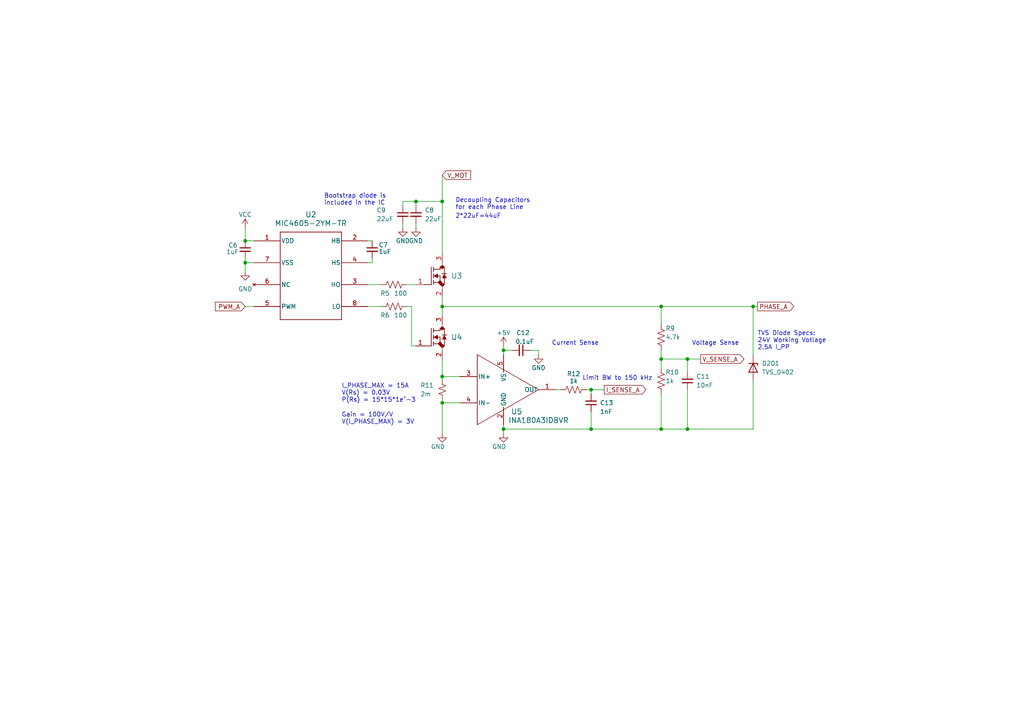
<source format=kicad_sch>
(kicad_sch (version 20230121) (generator eeschema)
  (paper "A4")
  (lib_symbols
    (symbol "Current_Sense_Amp:INA180A3IDBVR" (pin_names (offset 0.254))
      (property "Reference" "U5" (at 3.81 10.16 0))
      (property "Value" "INA180A3IDBVR" (at 10.16 7.62 0))
      (symbol "INA180A3IDBVR_0_1"
        (polyline (pts (xy -7.62 10.16) (xy -7.62 -10.16)) (stroke (width 0.2032)))
        (pin output line (at 15.24 0 180) (length 5.08) (name "OUT") (number "1"))
        (pin power_in line (at 0 -10.16 90) (length 5.08) (name "GND") (number "2"))
        (pin input line (at -12.7 3.81 0) (length 5.08) (name "IN+") (number "3"))
        (pin input line (at -12.7 -3.81 0) (length 5.08) (name "IN-") (number "4"))
        (pin power_in line (at 0 10.16 270) (length 5.08) (name "VS") (number "5"))
      )
      (symbol "INA180A3IDBVR_1_1"
        (polyline (pts (xy -7.62 -10.16) (xy 10.16 0)))
        (polyline (pts (xy -7.62 10.16) (xy 10.16 0)))
      )
    )
    (symbol "Device:C_Small" (pin_numbers hide) (pin_names (offset 0.254) hide)
      (property "Reference" "C" (at 0.254 1.778 0))
      (property "Value" "C_Small" (at 0.254 -2.032 0))
      (symbol "C_Small_0_1"
        (polyline (pts (xy -1.524 -0.508) (xy 1.524 -0.508)) (stroke (width 0.3302)))
        (polyline (pts (xy -1.524 0.508) (xy 1.524 0.508)) (stroke (width 0.3048)))
      )
      (symbol "C_Small_1_1"
        (pin passive line (at 0 2.54 270) (length 2.032) (name "~") (number "1"))
        (pin passive line (at 0 -2.54 90) (length 2.032) (name "~") (number "2"))
      )
    )
    (symbol "Device:D_Zener" (pin_numbers hide) (pin_names (offset 1.016) hide)
      (property "Reference" "D" (at 0 2.54 0))
      (property "Value" "D_Zener" (at 0 -2.54 0))
      (symbol "D_Zener_0_1"
        (polyline (pts (xy 1.27 0) (xy -1.27 0)))
        (polyline (pts (xy -1.27 -1.27) (xy -1.27 1.27) (xy -0.762 1.27)) (stroke (width 0.254)))
        (polyline (pts (xy 1.27 -1.27) (xy 1.27 1.27) (xy -1.27 0) (xy 1.27 -1.27)) (stroke (width 0.254)))
      )
      (symbol "D_Zener_1_1"
        (pin passive line (at -3.81 0 0) (length 2.54) (name "K") (number "1"))
        (pin passive line (at 3.81 0 180) (length 2.54) (name "A") (number "2"))
      )
    )
    (symbol "Device:R_Small_US" (pin_numbers hide) (pin_names (offset 0.254) hide)
      (property "Reference" "R" (at 0.762 0.508 0))
      (property "Value" "R_Small_US" (at 0.762 -1.016 0))
      (symbol "R_Small_US_1_1"
        (polyline (pts (xy 0 0) (xy 1.016 -0.381) (xy 0 -0.762) (xy -1.016 -1.143) (xy 0 -1.524)))
        (polyline (pts (xy 0 1.524) (xy 1.016 1.143) (xy 0 0.762) (xy -1.016 0.381) (xy 0 0)))
        (pin passive line (at 0 2.54 270) (length 1.016) (name "~") (number "1"))
        (pin passive line (at 0 -2.54 90) (length 1.016) (name "~") (number "2"))
      )
    )
    (symbol "Device:R_US" (pin_numbers hide) (pin_names (offset 0))
      (property "Reference" "R" (at 2.54 0 90))
      (property "Value" "R_US" (at -2.54 0 90))
      (symbol "R_US_0_1"
        (polyline (pts (xy 0 -2.286) (xy 0 -2.54)))
        (polyline (pts (xy 0 2.286) (xy 0 2.54)))
        (polyline (pts (xy 0 -0.762) (xy 1.016 -1.143) (xy 0 -1.524) (xy -1.016 -1.905) (xy 0 -2.286)))
        (polyline (pts (xy 0 0.762) (xy 1.016 0.381) (xy 0 0) (xy -1.016 -0.381) (xy 0 -0.762)))
        (polyline (pts (xy 0 2.286) (xy 1.016 1.905) (xy 0 1.524) (xy -1.016 1.143) (xy 0 0.762)))
      )
      (symbol "R_US_1_1"
        (pin passive line (at 0 3.81 270) (length 1.27) (name "~") (number "1"))
        (pin passive line (at 0 -3.81 90) (length 1.27) (name "~") (number "2"))
      )
    )
    (symbol "Half-Bridge Gate Driver:MIC4605-2YM-TR" (pin_names (offset 0.254))
      (property "Reference" "U2" (at 0 16.51 0))
      (property "Value" "MIC4605-2YM-TR" (at 0 13.97 0))
      (symbol "MIC4605-2YM-TR_0_1"
        (polyline (pts (xy -8.89 -13.97) (xy 8.89 -13.97)) (stroke (width 0.2032)))
        (polyline (pts (xy -8.89 11.43) (xy -8.89 -13.97)) (stroke (width 0.2032)))
        (polyline (pts (xy 8.89 -13.97) (xy 8.89 11.43)) (stroke (width 0.2032)))
        (polyline (pts (xy 8.89 11.43) (xy -8.89 11.43)) (stroke (width 0.2032)))
        (pin power_in line (at -16.51 8.89 0) (length 7.62) (name "VDD") (number "1"))
        (pin output line (at 16.51 -3.81 180) (length 7.62) (name "HO") (number "3"))
        (pin no_connect line (at -16.51 -3.81 0) (length 7.62) (name "NC") (number "6"))
        (pin power_in line (at -16.51 2.54 0) (length 7.62) (name "VSS") (number "7"))
        (pin output line (at 16.51 -10.16 180) (length 7.62) (name "LO") (number "8"))
      )
      (symbol "MIC4605-2YM-TR_1_1"
        (pin input line (at 16.51 8.89 180) (length 7.62) (name "HB") (number "2"))
        (pin output line (at 16.51 2.54 180) (length 7.62) (name "HS") (number "4"))
        (pin input line (at -16.51 -10.16 0) (length 7.62) (name "PWM") (number "5"))
      )
    )
    (symbol "N-Channel MOSFET:SISHA14DN-T1-GE3" (pin_names (offset 0.254))
      (property "Reference" "U" (at 11.43 5.08 0))
      (property "Value" "SISHA14DN-T1-GE3" (at 22.86 2.54 0))
      (symbol "SISHA14DN-T1-GE3_0_1"
        (polyline (pts (xy 2.54 0) (xy 4.445 0)) (stroke (width 0.2032)))
        (polyline (pts (xy 4.445 0) (xy 4.445 5.08)) (stroke (width 0.2032)))
        (polyline (pts (xy 5.08 0) (xy 5.08 1.27)) (stroke (width 0.2032)))
        (polyline (pts (xy 5.08 0.635) (xy 6.985 0.635)) (stroke (width 0.2032)))
        (polyline (pts (xy 5.08 1.905) (xy 5.08 3.175)) (stroke (width 0.2032)))
        (polyline (pts (xy 5.08 3.81) (xy 5.08 5.08)) (stroke (width 0.2032)))
        (polyline (pts (xy 5.08 4.445) (xy 6.985 4.445)) (stroke (width 0.2032)))
        (polyline (pts (xy 6.35 2.54) (xy 6.985 2.54)) (stroke (width 0.2032)))
        (polyline (pts (xy 6.985 0) (xy 6.985 2.54)) (stroke (width 0.2032)))
        (polyline (pts (xy 6.985 0) (xy 8.255 0)) (stroke (width 0.2032)))
        (polyline (pts (xy 6.985 4.445) (xy 6.985 5.08)) (stroke (width 0.2032)))
        (polyline (pts (xy 6.985 5.08) (xy 8.255 5.08)) (stroke (width 0.2032)))
        (polyline (pts (xy 7.62 -2.54) (xy 7.62 0)) (stroke (width 0.127)))
        (polyline (pts (xy 7.62 7.62) (xy 7.6454 5.08)) (stroke (width 0.127)))
        (polyline (pts (xy 8.255 0) (xy 8.255 1.905)) (stroke (width 0.2032)))
        (polyline (pts (xy 8.255 3.175) (xy 8.255 5.08)) (stroke (width 0.2032)))
        (polyline (pts (xy 8.89 3.175) (xy 7.62 3.175)) (stroke (width 0.2032)))
        (polyline (pts (xy 6.35 3.175) (xy 5.08 2.54) (xy 6.35 1.905)) (stroke (width 0.0254)) (fill (type outline)))
        (polyline (pts (xy 8.89 1.905) (xy 7.62 1.905) (xy 8.255 3.175)) (stroke (width 0.0254)) (fill (type outline)))
        (circle (center 6.985 0.635) (radius 0.0254) (stroke (width 0.508)))
        (circle (center 7.62 0) (radius 0.0254) (stroke (width 0.508)))
        (circle (center 7.62 5.08) (radius 0.0254) (stroke (width 0.508)))
      )
      (symbol "SISHA14DN-T1-GE3_1_1"
        (pin input line (at 0 0 0) (length 2.54) (name "") (number "1"))
        (pin power_out line (at 7.62 -3.81 90) (length 2.54) (name "") (number "2"))
        (pin power_in line (at 7.62 8.89 270) (length 2.54) (name "") (number "3"))
      )
    )
    (symbol "power:+5V" (power) (pin_names (offset 0))
      (property "Value" "+5V" (at 0 3.556 0))
      (symbol "+5V_0_1"
        (polyline (pts (xy -0.762 1.27) (xy 0 2.54)))
        (polyline (pts (xy 0 0) (xy 0 2.54)))
        (polyline (pts (xy 0 2.54) (xy 0.762 1.27)))
      )
      (symbol "+5V_1_1"
        (pin power_in line (at 0 0 90) (length 0) hide (name "+5V") (number "1"))
      )
    )
    (symbol "power:GND" (power) (pin_names (offset 0))
      (property "Value" "GND" (at 0 -3.81 0))
      (symbol "GND_0_1"
        (polyline (pts (xy 0 0) (xy 0 -1.27) (xy 1.27 -1.27) (xy 0 -2.54) (xy -1.27 -1.27) (xy 0 -1.27)))
      )
      (symbol "GND_1_1"
        (pin power_in line (at 0 0 270) (length 0) hide (name "GND") (number "1"))
      )
    )
    (symbol "power:VCC" (power) (pin_names (offset 0))
      (property "Value" "VCC" (at 0 3.81 0))
      (symbol "VCC_0_1"
        (polyline (pts (xy -0.762 1.27) (xy 0 2.54)))
        (polyline (pts (xy 0 0) (xy 0 2.54)))
        (polyline (pts (xy 0 2.54) (xy 0.762 1.27)))
      )
      (symbol "VCC_1_1"
        (pin power_in line (at 0 0 90) (length 0) hide (name "VCC") (number "1"))
      )
    )
  )
  (junction (at 171.45 113.03))
  (junction (at 218.44 88.9))
  (junction (at 199.39 104.14))
  (junction (at 191.77 124.46))
  (junction (at 199.39 124.46))
  (junction (at 120.65 58.42))
  (junction (at 128.27 58.42))
  (junction (at 71.12 69.85))
  (junction (at 146.05 101.6))
  (junction (at 171.45 124.46))
  (junction (at 71.12 76.2))
  (junction (at 146.05 124.46))
  (junction (at 191.77 88.9))
  (junction (at 128.27 88.9))
  (junction (at 128.27 109.22))
  (junction (at 191.77 104.14))
  (junction (at 128.27 116.84))
  (wire (pts (xy 71.12 69.85) (xy 73.66 69.85)))
  (wire (pts (xy 171.45 124.46) (xy 191.77 124.46)))
  (wire (pts (xy 146.05 124.46) (xy 146.05 125.73)))
  (wire (pts (xy 71.12 66.04) (xy 71.12 69.85)))
  (wire (pts (xy 106.68 88.9) (xy 110.49 88.9)))
  (wire (pts (xy 120.65 64.77) (xy 120.65 66.04)))
  (wire (pts (xy 199.39 104.14) (xy 199.39 107.95)))
  (wire (pts (xy 119.38 88.9) (xy 119.38 100.33)))
  (wire (pts (xy 191.77 114.3) (xy 191.77 124.46)))
  (wire (pts (xy 106.68 69.85) (xy 107.95 69.85)))
  (wire (pts (xy 153.67 101.6) (xy 156.21 101.6)))
  (wire (pts (xy 71.12 76.2) (xy 73.66 76.2)))
  (wire (pts (xy 191.77 88.9) (xy 218.44 88.9)))
  (wire (pts (xy 128.27 116.84) (xy 133.35 116.84)))
  (wire (pts (xy 191.77 88.9) (xy 191.77 93.98)))
  (wire (pts (xy 191.77 124.46) (xy 199.39 124.46)))
  (wire (pts (xy 128.27 88.9) (xy 128.27 91.44)))
  (wire (pts (xy 116.84 58.42) (xy 116.84 59.69)))
  (wire (pts (xy 128.27 109.22) (xy 128.27 110.49)))
  (wire (pts (xy 107.95 76.2) (xy 107.95 74.93)))
  (wire (pts (xy 199.39 104.14) (xy 203.2 104.14)))
  (wire (pts (xy 106.68 82.55) (xy 110.49 82.55)))
  (wire (pts (xy 116.84 64.77) (xy 116.84 66.04)))
  (wire (pts (xy 118.11 82.55) (xy 120.65 82.55)))
  (wire (pts (xy 128.27 109.22) (xy 133.35 109.22)))
  (wire (pts (xy 120.65 58.42) (xy 128.27 58.42)))
  (wire (pts (xy 199.39 124.46) (xy 218.44 124.46)))
  (wire (pts (xy 171.45 113.03) (xy 171.45 114.3)))
  (wire (pts (xy 146.05 102.87) (xy 146.05 101.6)))
  (wire (pts (xy 128.27 104.14) (xy 128.27 109.22)))
  (wire (pts (xy 116.84 58.42) (xy 120.65 58.42)))
  (wire (pts (xy 146.05 100.33) (xy 146.05 101.6)))
  (wire (pts (xy 106.68 76.2) (xy 107.95 76.2)))
  (wire (pts (xy 156.21 102.87) (xy 156.21 101.6)))
  (wire (pts (xy 128.27 58.42) (xy 128.27 73.66)))
  (wire (pts (xy 128.27 50.8) (xy 128.27 58.42)))
  (wire (pts (xy 191.77 104.14) (xy 199.39 104.14)))
  (wire (pts (xy 146.05 101.6) (xy 148.59 101.6)))
  (wire (pts (xy 128.27 116.84) (xy 128.27 125.73)))
  (wire (pts (xy 146.05 123.19) (xy 146.05 124.46)))
  (wire (pts (xy 199.39 113.03) (xy 199.39 124.46)))
  (wire (pts (xy 128.27 88.9) (xy 191.77 88.9)))
  (wire (pts (xy 71.12 76.2) (xy 71.12 78.74)))
  (wire (pts (xy 218.44 88.9) (xy 218.44 102.87)))
  (wire (pts (xy 120.65 58.42) (xy 120.65 59.69)))
  (wire (pts (xy 128.27 115.57) (xy 128.27 116.84)))
  (wire (pts (xy 171.45 113.03) (xy 175.26 113.03)))
  (wire (pts (xy 171.45 119.38) (xy 171.45 124.46)))
  (wire (pts (xy 218.44 110.49) (xy 218.44 124.46)))
  (wire (pts (xy 118.11 88.9) (xy 119.38 88.9)))
  (wire (pts (xy 218.44 88.9) (xy 219.71 88.9)))
  (wire (pts (xy 161.29 113.03) (xy 162.56 113.03)))
  (wire (pts (xy 146.05 124.46) (xy 171.45 124.46)))
  (wire (pts (xy 170.18 113.03) (xy 171.45 113.03)))
  (wire (pts (xy 119.38 100.33) (xy 120.65 100.33)))
  (wire (pts (xy 71.12 74.93) (xy 71.12 76.2)))
  (wire (pts (xy 191.77 104.14) (xy 191.77 106.68)))
  (wire (pts (xy 128.27 86.36) (xy 128.27 88.9)))
  (wire (pts (xy 71.12 88.9) (xy 73.66 88.9)))
  (wire (pts (xy 191.77 101.6) (xy 191.77 104.14)))
  (text "Current Sense" (at 160.02 100.33 0) (effects (font (size 1.27 1.27)) (justify left bottom)))
  (text "Decoupling Capacitors \nfor each Phase Line" (at 132.08 60.96 0) (effects (font (size 1.27 1.27)) (justify left bottom)))
  (text "TVS Diode Specs:\n24V Working Votlage\n2.5A I_PP" (at 219.71 101.6 0) (effects (font (size 1.27 1.27)) (justify left bottom)))
  (text "Gain = 100V/V\nV(I_PHASE_MAX) = 3V" (at 99.06 123.19 0) (effects (font (size 1.27 1.27)) (justify left bottom)))
  (text "Limit BW to 150 kHz" (at 168.91 110.49 0) (effects (font (size 1.27 1.27)) (justify left bottom)))
  (text "Bootstrap diode is\nincluded in the IC" (at 93.98 59.69 0) (effects (font (size 1.27 1.27)) (justify left bottom)))
  (text "Voltage Sense" (at 200.66 100.33 0) (effects (font (size 1.27 1.27)) (justify left bottom)))
  (text "2*22uF=44uF" (at 132.08 63.5 0) (effects (font (size 1.27 1.27)) (justify left bottom)))
  (text "I_PHASE_MAX = 15A\nV(Rs) = 0.03V\nP(Rs) = 15*15*1e^-3" (at 99.06 116.84 0) (effects (font (size 1.27 1.27)) (justify left bottom)))
  (global_label "PHASE_A" (shape output) (at 219.71 88.9 0) (property "Intersheetrefs" "${INTERSHEET_REFS}" (effects hide)))
  (global_label "PWM_A" (shape input) (at 71.12 88.9 180) (property "Intersheetrefs" "${INTERSHEET_REFS}" (effects hide)))
  (global_label "I_SENSE_A" (shape output) (at 175.26 113.03 0) (property "Intersheetrefs" "${INTERSHEET_REFS}" (effects hide)))
  (global_label "V_MOT" (shape input) (at 128.27 50.8 0) (property "Intersheetrefs" "${INTERSHEET_REFS}" (effects hide)))
  (global_label "V_SENSE_A" (shape output) (at 203.2 104.14 0) (property "Intersheetrefs" "${INTERSHEET_REFS}" (effects hide)))
  (symbol (lib_id "Device:R_US") (at 191.77 110.49 0) (unit 1)
    (property "Reference" "R10" (at 193.04 107.95 0) (effects (justify left)))
    (property "Value" "1k" (at 193.04 110.49 0) (effects (justify left)))
    (property "Footprint" "Resistor_SMD:R_0603_1608Metric" (effects hide))
    (instances (project "chunkycopter" (path "" (reference "R10") (unit 1)) (path "" (reference "R206") (unit 1))))
  )
  (symbol (lib_id "Device:C_Small") (at 120.65 62.23 0) (unit 1)
    (property "Reference" "C8" (at 123.19 60.96 0) (effects (justify left)))
    (property "Value" "22uF" (at 123.19 63.5 0) (effects (justify left)))
    (property "Footprint" "Capacitor_SMD:C_1210_3225Metric" (effects hide))
    (instances (project "chunkycopter" (path "" (reference "C8") (unit 1)) (path "" (reference "C204") (unit 1))))
  )
  (symbol (lib_id "Device:C_Small") (at 151.13 101.6 270) (unit 1)
    (property "Reference" "C12" (at 153.67 96.52 90) (effects (justify right)))
    (property "Value" "0.1uF" (at 154.94 99.06 90) (effects (justify right)))
    (property "Footprint" "Capacitor_SMD:C_0603_1608Metric" (effects hide))
    (instances (project "chunkycopter" (path "" (reference "C12") (unit 1)) (path "" (reference "C205") (unit 1))))
  )
  (symbol (lib_id "power:GND") (at 116.84 66.04 0) (unit 1)
    (property "Reference" "#PWR015" (effects hide))
    (property "Value" "GND" (at 116.84 69.85 0))
    (instances (project "chunkycopter" (path "" (reference "#PWR015") (unit 1)) (path "" (reference "#PWR0203") (unit 1))))
  )
  (symbol (lib_id "power:GND") (at 120.65 66.04 0) (unit 1)
    (property "Reference" "#PWR012" (effects hide))
    (property "Value" "GND" (at 120.65 69.85 0))
    (instances (project "chunkycopter" (path "" (reference "#PWR012") (unit 1)) (path "" (reference "#PWR0204") (unit 1))))
  )
  (symbol (lib_id "power:GND") (at 71.12 78.74 0) (unit 1)
    (property "Reference" "#PWR09" (effects hide))
    (property "Value" "GND" (at 71.12 83.82 0))
    (instances (project "chunkycopter" (path "" (reference "#PWR09") (unit 1)) (path "" (reference "#PWR0202") (unit 1))))
  )
  (symbol (lib_id "power:GND") (at 128.27 125.73 0) (unit 1)
    (property "Reference" "#PWR014" (effects hide))
    (property "Value" "GND" (at 127 129.54 0))
    (instances (project "chunkycopter" (path "" (reference "#PWR014") (unit 1)) (path "" (reference "#PWR0205") (unit 1))))
  )
  (symbol (lib_id "Device:R_US") (at 191.77 97.79 0) (unit 1)
    (property "Reference" "R9" (at 193.04 95.25 0) (effects (justify left)))
    (property "Value" "4.7k" (at 193.04 97.79 0) (effects (justify left)))
    (property "Footprint" "Resistor_SMD:R_0603_1608Metric" (effects hide))
    (instances (project "chunkycopter" (path "" (reference "R9") (unit 1)) (path "" (reference "R205") (unit 1))))
  )
  (symbol (lib_id "Device:R_US") (at 114.3 88.9 90) (unit 1)
    (property "Reference" "R6" (at 113.03 91.44 90) (effects (justify left)))
    (property "Value" "100" (at 118.11 91.44 90) (effects (justify left)))
    (property "Footprint" "Resistor_SMD:R_0603_1608Metric" (effects hide))
    (instances (project "chunkycopter" (path "" (reference "R6") (unit 1)) (path "" (reference "R202") (unit 1))))
  )
  (symbol (lib_id "Half-Bridge Gate Driver:MIC4605-2YM-TR") (at 90.17 78.74 0) (unit 1)
    (property "Reference" "U2" (at 90.17 62.23 0) (effects (font (size 1.524 1.524))))
    (property "Value" "MIC4605-2YM-TR" (at 90.17 64.77 0) (effects (font (size 1.524 1.524))))
    (property "Footprint" "SOIC-8_M_MCH" (effects hide))
    (property "Datasheet" "MIC4605-2YM-TR" (effects hide))
    (instances (project "chunkycopter" (path "" (reference "U2") (unit 1)) (path "" (reference "U201") (unit 1))))
  )
  (symbol (lib_id "Current_Sense_Amp:INA180A3IDBVR") (at 146.05 113.03 0) (unit 1)
    (property "Reference" "U5" (at 149.86 119.38 0) (effects (font (size 1.524 1.524))))
    (property "Value" "INA180A3IDBVR" (at 156.21 121.92 0) (effects (font (size 1.524 1.524))))
    (property "Footprint" "DBV0005A_N" (effects hide))
    (property "Datasheet" "INA180A3IDBVR" (effects hide))
    (instances (project "chunkycopter" (path "" (reference "U5") (unit 1)) (path "" (reference "U204") (unit 1))))
  )
  (symbol (lib_id "Device:D_Zener") (at 218.44 106.68 270) (unit 1)
    (property "Reference" "D201" (at 220.98 105.41 90) (effects (justify left)))
    (property "Value" "TVS_0402" (at 220.98 107.95 90) (effects (justify left)))
    (property "Footprint" "Diode_SMD:D_01005_0402Metric" (effects hide))
  )
  (symbol (lib_id "Device:R_US") (at 114.3 82.55 90) (unit 1)
    (property "Reference" "R5" (at 113.03 85.09 90) (effects (justify left)))
    (property "Value" "100" (at 118.11 85.09 90) (effects (justify left)))
    (property "Footprint" "Resistor_SMD:R_0603_1608Metric" (effects hide))
    (instances (project "chunkycopter" (path "" (reference "R5") (unit 1)) (path "" (reference "R201") (unit 1))))
  )
  (symbol (lib_id "power:GND") (at 146.05 125.73 0) (unit 1)
    (property "Reference" "#PWR013" (effects hide))
    (property "Value" "GND" (at 144.78 129.54 0))
    (instances (project "chunkycopter" (path "" (reference "#PWR013") (unit 1)) (path "" (reference "#PWR0207") (unit 1))))
  )
  (symbol (lib_id "power:VCC") (at 71.12 66.04 0) (unit 1)
    (property "Reference" "#PWR08" (effects hide))
    (property "Value" "VCC" (at 71.12 62.23 0))
    (instances (project "chunkycopter" (path "" (reference "#PWR08") (unit 1)) (path "" (reference "#PWR0201") (unit 1))))
  )
  (symbol (lib_id "Device:C_Small") (at 71.12 72.39 0) (unit 1)
    (property "Reference" "C6" (at 66.2284 71.1427 0) (effects (justify left)))
    (property "Value" "1uF" (at 65.5918 73.0525 0) (effects (justify left)))
    (property "Footprint" "Capacitor_SMD:C_0805_2012Metric" (effects hide))
    (instances (project "chunkycopter" (path "" (reference "C6") (unit 1)) (path "" (reference "C201") (unit 1))))
  )
  (symbol (lib_id "Device:R_US") (at 166.37 113.03 90) (unit 1)
    (property "Reference" "R12" (at 168.3205 108.4355 90) (effects (justify left)))
    (property "Value" "1k" (at 167.64 110.49 90) (effects (justify left)))
    (property "Footprint" "Resistor_SMD:R_0603_1608Metric" (effects hide))
    (instances (project "chunkycopter" (path "" (reference "R12") (unit 1)) (path "" (reference "R204") (unit 1))))
  )
  (symbol (lib_id "Device:C_Small") (at 116.84 62.23 0) (unit 1)
    (property "Reference" "C9" (at 109.22 60.96 0) (effects (justify left)))
    (property "Value" "22uF" (at 109.22 63.5 0) (effects (justify left)))
    (property "Footprint" "Capacitor_SMD:C_1210_3225Metric" (effects hide))
    (instances (project "chunkycopter" (path "" (reference "C9") (unit 1)) (path "" (reference "C203") (unit 1))))
  )
  (symbol (lib_id "power:+5V") (at 146.05 100.33 0) (unit 1)
    (property "Reference" "#PWR016" (effects hide))
    (property "Value" "+5V" (at 146.05 96.52 0))
    (instances (project "chunkycopter" (path "" (reference "#PWR016") (unit 1)) (path "" (reference "#PWR0206") (unit 1))))
  )
  (symbol (lib_id "Device:R_Small_US") (at 128.27 113.03 0) (unit 1)
    (property "Reference" "R11" (at 121.92 111.76 0) (effects (justify left)))
    (property "Value" "2m" (at 121.92 114.3 0) (effects (justify left)))
    (property "Footprint" "Resistor_SMD:R_2512_6332Metric" (effects hide))
    (instances (project "chunkycopter" (path "" (reference "R11") (unit 1)) (path "" (reference "R203") (unit 1))))
  )
  (symbol (lib_id "power:GND") (at 156.21 102.87 0) (unit 1)
    (property "Reference" "#PWR010" (effects hide))
    (property "Value" "GND" (at 156.21 106.68 0))
    (instances (project "chunkycopter" (path "" (reference "#PWR010") (unit 1)) (path "" (reference "#PWR0208") (unit 1))))
  )
  (symbol (lib_id "N-Channel MOSFET:SISHA14DN-T1-GE3") (at 120.65 82.55 0) (unit 1)
    (property "Reference" "U3" (at 130.81 80.01 0) (effects (font (size 1.524 1.524)) (justify left)))
    (property "Value" "SISHA14DN-T1-GE3" (effects hide))
    (property "Footprint" "MOSFET_3DN-T1-GE3_VIS" (effects hide))
    (property "Datasheet" "SISHA14DN-T1-GE3" (effects hide))
    (instances (project "chunkycopter" (path "" (reference "U3") (unit 1)) (path "" (reference "U202") (unit 1))))
  )
  (symbol (lib_id "Device:C_Small") (at 199.39 110.49 180) (unit 1)
    (property "Reference" "C11" (at 201.93 109.22 0) (effects (justify right)))
    (property "Value" "10nF" (at 201.93 111.76 0) (effects (justify right)))
    (property "Footprint" "Capacitor_SMD:C_0603_1608Metric" (effects hide))
    (instances (project "chunkycopter" (path "" (reference "C11") (unit 1)) (path "" (reference "C207") (unit 1))))
  )
  (symbol (lib_id "N-Channel MOSFET:SISHA14DN-T1-GE3") (at 120.65 100.33 0) (unit 1)
    (property "Reference" "U4" (at 130.81 97.79 0) (effects (font (size 1.524 1.524)) (justify left)))
    (property "Value" "SISHA14DN-T1-GE3" (effects hide))
    (property "Footprint" "MOSFET_3DN-T1-GE3_VIS" (effects hide))
    (property "Datasheet" "SISHA14DN-T1-GE3" (effects hide))
    (instances (project "chunkycopter" (path "" (reference "U4") (unit 1)) (path "" (reference "U203") (unit 1))))
  )
  (symbol (lib_id "Device:C_Small") (at 107.95 72.39 0) (unit 1)
    (property "Reference" "C7" (at 109.8142 71.0599 0) (effects (justify left)))
    (property "Value" "1uF" (at 109.78 73.0038 0) (effects (justify left)))
    (property "Footprint" "Capacitor_SMD:C_0805_2012Metric" (effects hide))
    (instances (project "chunkycopter" (path "" (reference "C7") (unit 1)) (path "" (reference "C202") (unit 1))))
  )
  (symbol (lib_id "Device:C_Small") (at 171.45 116.84 180) (unit 1)
    (property "Reference" "C13" (at 173.99 116.84 0) (effects (justify right)))
    (property "Value" "1nF" (at 173.99 119.38 0) (effects (justify right)))
    (property "Footprint" "Capacitor_SMD:C_0603_1608Metric" (effects hide))
    (instances (project "chunkycopter" (path "" (reference "C13") (unit 1)) (path "" (reference "C206") (unit 1))))
  )
)
</source>
